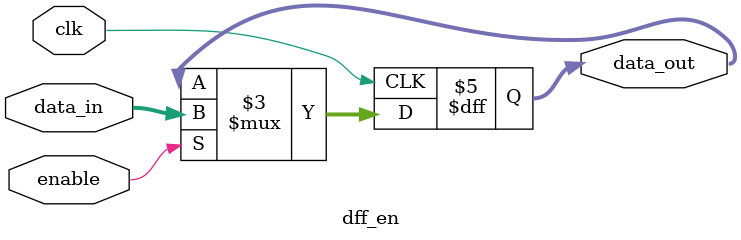
<source format=v>
`timescale 1ns/1ps
module dff_en(
    input enable,
    input clk,
    input [31 : 0] data_in,
    output reg [31:0] data_out
);

    always @(posedge clk) begin
        if (enable == 1'b1) begin
            data_out <= data_in;
        end
    end



endmodule

</source>
